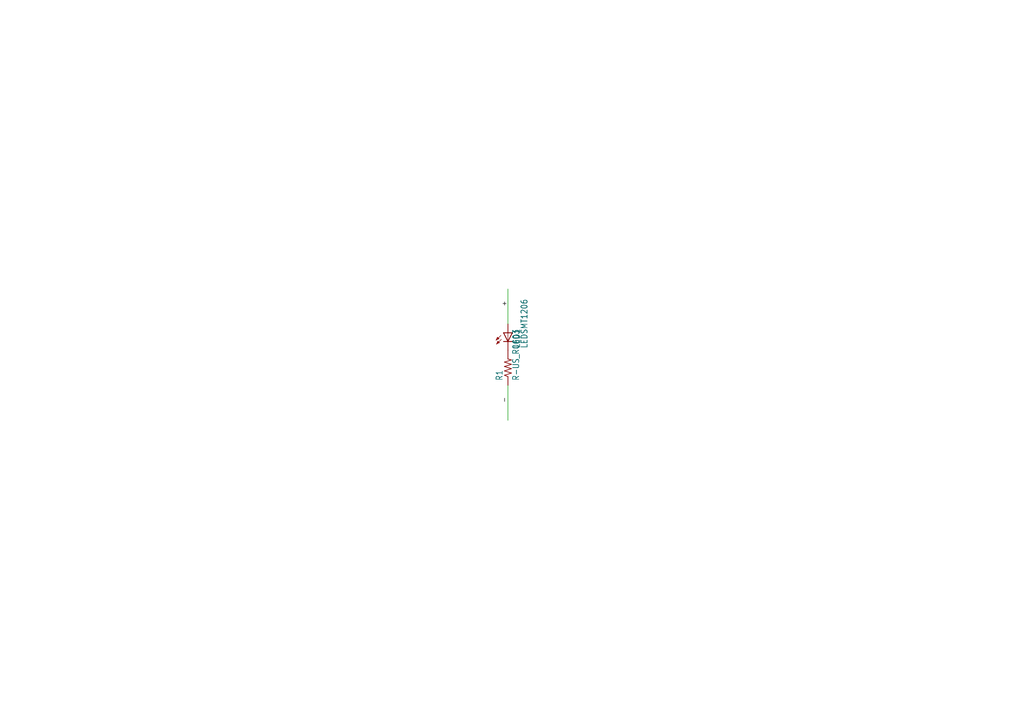
<source format=kicad_sch>
(kicad_sch (version 20211123) (generator eeschema)
  (paper "A4")
  (lib_symbols
    (symbol "eagleSchem-eagle-import:LEDSMT1206"
      (property "Reference" "LED" (at 3.556 -4.572 90))
      (property "Value" "LEDSMT1206" (at 5.715 -4.572 90))
      (symbol "LEDSMT1206_1_0"
        (polyline (pts (xy -2.032 -0.762) (xy -3.429 -2.159)) (stroke (width 0.1524)))
        (polyline (pts (xy -1.905 -1.905) (xy -3.302 -3.302)) (stroke (width 0.1524)))
        (polyline (pts (xy 0 -2.54) (xy -1.27 -2.54)) (stroke (width 0.254)))
        (polyline (pts (xy 0 -2.54) (xy -1.27 0)) (stroke (width 0.254)))
        (polyline (pts (xy 0 0) (xy -1.27 0)) (stroke (width 0.254)))
        (polyline (pts (xy 0 0) (xy 0 -2.54)) (stroke (width 0.1524)))
        (polyline (pts (xy 1.27 -2.54) (xy 0 -2.54)) (stroke (width 0.254)))
        (polyline (pts (xy 1.27 0) (xy 0 -2.54)) (stroke (width 0.254)))
        (polyline (pts (xy 1.27 0) (xy 0 0)) (stroke (width 0.254)))
        (polyline (pts (xy -3.429 -2.159) (xy -3.048 -1.27) (xy -2.54 -1.778)) (fill (type outline)))
        (polyline (pts (xy -3.302 -3.302) (xy -2.921 -2.413) (xy -2.413 -2.921)) (fill (type outline)))
        (pin passive line (at 0 2.54 270) (length 2.54) (name "A") (number "A"))
        (pin passive line (at 0 -5.08 90) (length 2.54) (name "C") (number "C"))
      )
    )
    (symbol "eagleSchem-eagle-import:R-US_R0603"
      (property "Reference" "R" (at -3.81 1.4986 0))
      (property "Value" "R-US_R0603" (at -3.81 -3.302 0))
      (symbol "R-US_R0603_1_0"
        (polyline (pts (xy -2.54 0) (xy -2.159 1.016)) (stroke (width 0.2032)))
        (polyline (pts (xy -2.159 1.016) (xy -1.524 -1.016)) (stroke (width 0.2032)))
        (polyline (pts (xy -1.524 -1.016) (xy -0.889 1.016)) (stroke (width 0.2032)))
        (polyline (pts (xy -0.889 1.016) (xy -0.254 -1.016)) (stroke (width 0.2032)))
        (polyline (pts (xy -0.254 -1.016) (xy 0.381 1.016)) (stroke (width 0.2032)))
        (polyline (pts (xy 0.381 1.016) (xy 1.016 -1.016)) (stroke (width 0.2032)))
        (polyline (pts (xy 1.016 -1.016) (xy 1.651 1.016)) (stroke (width 0.2032)))
        (polyline (pts (xy 1.651 1.016) (xy 2.286 -1.016)) (stroke (width 0.2032)))
        (polyline (pts (xy 2.286 -1.016) (xy 2.54 0)) (stroke (width 0.2032)))
        (pin passive line (at -5.08 0 0) (length 2.54) (name "1") (number "1"))
        (pin passive line (at 5.08 0 180) (length 2.54) (name "2") (number "2"))
      )
    )
  )
  (wire (pts (xy 147.32 111.76) (xy 147.32 121.92)))
  (wire (pts (xy 147.32 93.98) (xy 147.32 83.82)))
  (label "+" (at 147.32 88.9 90) (effects (font (size 1.2446 1.2446))))
  (label "-" (at 147.32 116.84 90) (effects (font (size 1.2446 1.2446))))
  (symbol (lib_id "eagleSchem-eagle-import:LEDSMT1206") (at 147.32 96.52 0) (unit 1)
    (property "Reference" "LED1" (at 150.876 101.092 90) (effects (font (size 1.778 1.5113)) (justify left bottom)))
    (property "Value" "LEDSMT1206" (at 153.035 101.092 90) (effects (font (size 1.778 1.5113)) (justify left bottom)))
    (property "Footprint" "eagleSchem:1206" (effects hide))
  )
  (symbol (lib_id "eagleSchem-eagle-import:R-US_R0603") (at 147.32 106.68 90) (unit 1)
    (property "Reference" "R1" (at 145.8214 110.49 0) (effects (font (size 1.778 1.5113)) (justify left bottom)))
    (property "Value" "R-US_R0603" (at 150.622 110.49 0) (effects (font (size 1.778 1.5113)) (justify left bottom)))
    (property "Footprint" "eagleSchem:R0603" (effects hide))
  )
)
</source>
